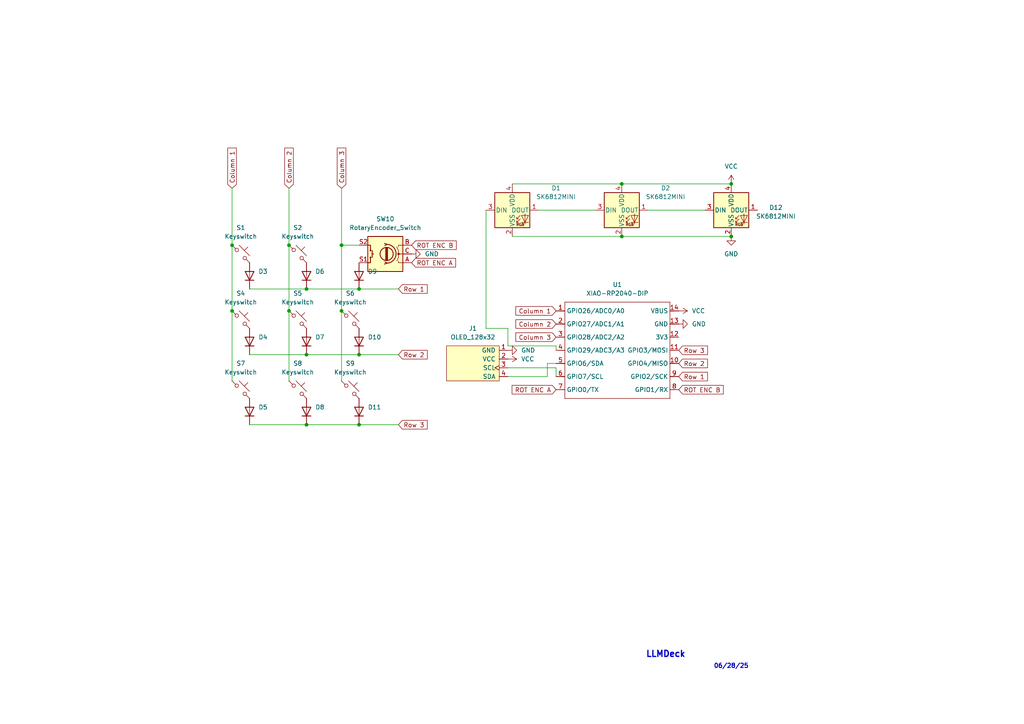
<source format=kicad_sch>
(kicad_sch (version 20250114) (generator "eeschema") (generator_version "9.0")
  (paper "A4")
  (lib_symbols
    (symbol "Device:RotaryEncoder_Switch" (pin_names (offset 0.254) (hide yes))
      (property "Reference" "SW" (at 0 6.604 0))
      (property "Value" "RotaryEncoder_Switch" (at 0 -6.604 0))
      (symbol "RotaryEncoder_Switch_0_1"
        (rectangle (start -5.08 5.08) (end 5.08 -5.08) (stroke (width 0.254)) (fill (type background)))
        (polyline (pts (xy -5.08 2.54) (xy -3.81 2.54) (xy -3.81 2.032)))
        (polyline (pts (xy -5.08 0) (xy -3.81 0) (xy -3.81 -1.016) (xy -3.302 -2.032)))
        (polyline (pts (xy -5.08 -2.54) (xy -3.81 -2.54) (xy -3.81 -2.032)))
        (polyline (pts (xy -4.318 0) (xy -3.81 0) (xy -3.81 1.016) (xy -3.302 2.032)))
        (circle (center -3.81 0) (radius 0.254) (fill (type outline)))
        (polyline (pts (xy -0.635 -1.778) (xy -0.635 1.778)) (stroke (width 0.254)))
        (circle (center -0.381 0) (radius 1.905) (stroke (width 0.254)))
        (polyline (pts (xy -0.381 -1.778) (xy -0.381 1.778)) (stroke (width 0.254)))
        (arc (start -0.381 -2.794) (mid -3.0988 -0.0635) (end -0.381 2.667) (stroke (width 0.254)))
        (polyline (pts (xy -0.127 1.778) (xy -0.127 -1.778)) (stroke (width 0.254)))
        (polyline (pts (xy 0.254 2.921) (xy -0.508 2.667) (xy 0.127 2.286)) (stroke (width 0.254)))
        (polyline (pts (xy 0.254 -3.048) (xy -0.508 -2.794) (xy 0.127 -2.413)) (stroke (width 0.254)))
        (polyline (pts (xy 3.81 1.016) (xy 3.81 -1.016)) (stroke (width 0.254)))
        (polyline (pts (xy 3.81 0) (xy 3.429 0)) (stroke (width 0.254)))
        (circle (center 4.318 1.016) (radius 0.127) (stroke (width 0.254)))
        (circle (center 4.318 -1.016) (radius 0.127) (stroke (width 0.254)))
        (polyline (pts (xy 5.08 2.54) (xy 4.318 2.54) (xy 4.318 1.016)) (stroke (width 0.254)))
        (polyline (pts (xy 5.08 -2.54) (xy 4.318 -2.54) (xy 4.318 -1.016)) (stroke (width 0.254)))
      )
      (symbol "RotaryEncoder_Switch_1_1"
        (pin passive line (at -7.62 2.54 0) (length 2.54) (name "A") (number "A"))
        (pin passive line (at -7.62 0 0) (length 2.54) (name "C") (number "C"))
        (pin passive line (at -7.62 -2.54 0) (length 2.54) (name "B") (number "B"))
        (pin passive line (at 7.62 2.54 180) (length 2.54) (name "S1") (number "S1"))
        (pin passive line (at 7.62 -2.54 180) (length 2.54) (name "S2") (number "S2"))
      )
    )
    (symbol "Diode:1N4148" (pin_numbers (hide yes)) (pin_names (hide yes))
      (property "Reference" "D" (at 0 2.54 0))
      (property "Value" "1N4148" (at 0 -2.54 0))
      (symbol "1N4148_0_1"
        (polyline (pts (xy -1.27 1.27) (xy -1.27 -1.27)) (stroke (width 0.254)))
        (polyline (pts (xy 1.27 1.27) (xy 1.27 -1.27) (xy -1.27 0) (xy 1.27 1.27)) (stroke (width 0.254)))
        (polyline (pts (xy 1.27 0) (xy -1.27 0)))
      )
      (symbol "1N4148_1_1"
        (pin passive line (at -3.81 0 0) (length 2.54) (name "K") (number "1"))
        (pin passive line (at 3.81 0 180) (length 2.54) (name "A") (number "2"))
      )
    )
    (symbol "LED:SK6812MINI" (pin_names (offset 0.254))
      (property "Reference" "D" (at 5.08 5.715 0))
      (property "Value" "SK6812MINI" (at 1.27 -5.715 0))
      (symbol "SK6812MINI_0_0"
        (text "RGB" (at 2.286 -4.191 0) (effects (font (size 0.762 0.762))))
      )
      (symbol "SK6812MINI_0_1"
        (polyline (pts (xy 1.27 -2.54) (xy 1.778 -2.54)))
        (polyline (pts (xy 1.27 -3.556) (xy 1.778 -3.556)))
        (polyline (pts (xy 2.286 -1.524) (xy 1.27 -2.54) (xy 1.27 -2.032)))
        (polyline (pts (xy 2.286 -2.54) (xy 1.27 -3.556) (xy 1.27 -3.048)))
        (polyline (pts (xy 3.683 -1.016) (xy 3.683 -3.556) (xy 3.683 -4.064)))
        (polyline (pts (xy 4.699 -1.524) (xy 2.667 -1.524) (xy 3.683 -3.556) (xy 4.699 -1.524)))
        (polyline (pts (xy 4.699 -3.556) (xy 2.667 -3.556)))
        (rectangle (start 5.08 5.08) (end -5.08 -5.08) (stroke (width 0.254)) (fill (type background)))
      )
      (symbol "SK6812MINI_1_1"
        (pin input line (at -7.62 0 0) (length 2.54) (name "DIN") (number "3"))
        (pin power_in line (at 0 7.62 270) (length 2.54) (name "VDD") (number "4"))
        (pin power_in line (at 0 -7.62 90) (length 2.54) (name "VSS") (number "2"))
        (pin output line (at 7.62 0 180) (length 2.54) (name "DOUT") (number "1"))
      )
    )
    (symbol "OPL:XIAO-RP2040-DIP"
      (property "Reference" "U" (at 0 0 0))
      (property "Value" "XIAO-RP2040-DIP" (at 5.334 -1.778 0))
      (symbol "XIAO-RP2040-DIP_1_0"
        (polyline (pts (xy -1.27 -2.54) (xy 29.21 -2.54)) (stroke (width 0.1524)))
        (polyline (pts (xy -1.27 -5.08) (xy -2.54 -5.08)) (stroke (width 0.1524)))
        (polyline (pts (xy -1.27 -5.08) (xy -1.27 -2.54)) (stroke (width 0.1524)))
        (polyline (pts (xy -1.27 -8.89) (xy -2.54 -8.89)) (stroke (width 0.1524)))
        (polyline (pts (xy -1.27 -8.89) (xy -1.27 -5.08)) (stroke (width 0.1524)))
        (polyline (pts (xy -1.27 -12.7) (xy -2.54 -12.7)) (stroke (width 0.1524)))
        (polyline (pts (xy -1.27 -12.7) (xy -1.27 -8.89)) (stroke (width 0.1524)))
        (polyline (pts (xy -1.27 -16.51) (xy -2.54 -16.51)) (stroke (width 0.1524)))
        (polyline (pts (xy -1.27 -16.51) (xy -1.27 -12.7)) (stroke (width 0.1524)))
        (polyline (pts (xy -1.27 -20.32) (xy -2.54 -20.32)) (stroke (width 0.1524)))
        (polyline (pts (xy -1.27 -24.13) (xy -2.54 -24.13)) (stroke (width 0.1524)))
        (polyline (pts (xy -1.27 -27.94) (xy -2.54 -27.94)) (stroke (width 0.1524)))
        (polyline (pts (xy -1.27 -30.48) (xy -1.27 -16.51)) (stroke (width 0.1524)))
        (polyline (pts (xy 29.21 -2.54) (xy 29.21 -5.08)) (stroke (width 0.1524)))
        (polyline (pts (xy 29.21 -5.08) (xy 29.21 -8.89)) (stroke (width 0.1524)))
        (polyline (pts (xy 29.21 -8.89) (xy 29.21 -12.7)) (stroke (width 0.1524)))
        (polyline (pts (xy 29.21 -12.7) (xy 29.21 -30.48)) (stroke (width 0.1524)))
        (polyline (pts (xy 29.21 -30.48) (xy -1.27 -30.48)) (stroke (width 0.1524)))
        (polyline (pts (xy 30.48 -5.08) (xy 29.21 -5.08)) (stroke (width 0.1524)))
        (polyline (pts (xy 30.48 -8.89) (xy 29.21 -8.89)) (stroke (width 0.1524)))
        (polyline (pts (xy 30.48 -12.7) (xy 29.21 -12.7)) (stroke (width 0.1524)))
        (polyline (pts (xy 30.48 -16.51) (xy 29.21 -16.51)) (stroke (width 0.1524)))
        (polyline (pts (xy 30.48 -20.32) (xy 29.21 -20.32)) (stroke (width 0.1524)))
        (polyline (pts (xy 30.48 -24.13) (xy 29.21 -24.13)) (stroke (width 0.1524)))
        (polyline (pts (xy 30.48 -27.94) (xy 29.21 -27.94)) (stroke (width 0.1524)))
        (pin passive line (at -3.81 -5.08 0) (length 2.54) (name "GPIO26/ADC0/A0") (number "1"))
        (pin passive line (at -3.81 -8.89 0) (length 2.54) (name "GPIO27/ADC1/A1") (number "2"))
        (pin passive line (at -3.81 -12.7 0) (length 2.54) (name "GPIO28/ADC2/A2") (number "3"))
        (pin passive line (at -3.81 -16.51 0) (length 2.54) (name "GPIO29/ADC3/A3") (number "4"))
        (pin passive line (at -3.81 -20.32 0) (length 2.54) (name "GPIO6/SDA") (number "5"))
        (pin passive line (at -3.81 -24.13 0) (length 2.54) (name "GPIO7/SCL") (number "6"))
        (pin passive line (at -3.81 -27.94 0) (length 2.54) (name "GPIO0/TX") (number "7"))
        (pin passive line (at 31.75 -5.08 180) (length 2.54) (name "VBUS") (number "14"))
        (pin passive line (at 31.75 -8.89 180) (length 2.54) (name "GND") (number "13"))
        (pin passive line (at 31.75 -12.7 180) (length 2.54) (name "3V3") (number "12"))
        (pin passive line (at 31.75 -16.51 180) (length 2.54) (name "GPIO3/MOSI") (number "11"))
        (pin passive line (at 31.75 -20.32 180) (length 2.54) (name "GPIO4/MISO") (number "10"))
        (pin passive line (at 31.75 -24.13 180) (length 2.54) (name "GPIO2/SCK") (number "9"))
        (pin passive line (at 31.75 -27.94 180) (length 2.54) (name "GPIO1/RX") (number "8"))
      )
    )
    (symbol "ScottoKeebs:OLED_128x32" (pin_names (offset 1.016))
      (property "Reference" "J" (at 0 -6.35 0))
      (property "Value" "OLED_128x32" (at 0 6.35 0))
      (symbol "OLED_128x32_0_1"
        (rectangle (start 0 5.08) (end 15.24 -5.08) (fill (type background)))
      )
      (symbol "OLED_128x32_1_1"
        (pin bidirectional line (at -2.54 3.81 0) (length 2.54) (name "SDA") (number "4"))
        (pin input clock (at -2.54 1.27 0) (length 2.54) (name "SCL") (number "3"))
        (pin power_in line (at -2.54 -1.27 0) (length 2.54) (name "VCC") (number "2"))
        (pin power_in line (at -2.54 -3.81 0) (length 2.54) (name "GND") (number "1"))
      )
    )
    (symbol "ScottoKeebs:Placeholder_Keyswitch" (pin_numbers (hide yes)) (pin_names (offset 1.016) (hide yes))
      (property "Reference" "S" (at 3.048 1.016 0))
      (property "Value" "Keyswitch" (at 0 -3.81 0))
      (symbol "Placeholder_Keyswitch_0_1"
        (polyline (pts (xy -2.54 2.54) (xy -1.524 1.524) (xy -1.524 1.524)))
        (circle (center -1.1684 1.1684) (radius 0.508))
        (polyline (pts (xy -0.508 2.54) (xy 2.54 -0.508)))
        (polyline (pts (xy 1.016 1.016) (xy 2.032 2.032)))
        (circle (center 1.143 -1.1938) (radius 0.508))
        (polyline (pts (xy 1.524 -1.524) (xy 2.54 -2.54) (xy 2.54 -2.54) (xy 2.54 -2.54)))
        (pin passive line (at -2.54 2.54 0) (length 0) (name "1") (number "1"))
        (pin passive line (at 2.54 -2.54 180) (length 0) (name "2") (number "2"))
      )
    )
    (symbol "power:GND" (power) (pin_numbers (hide yes)) (pin_names (offset 0) (hide yes))
      (property "Value" "GND" (at 0 -3.81 0))
      (symbol "GND_0_1"
        (polyline (pts (xy 0 0) (xy 0 -1.27) (xy 1.27 -1.27) (xy 0 -2.54) (xy -1.27 -1.27) (xy 0 -1.27)))
      )
      (symbol "GND_1_1"
        (pin power_in line (at 0 0 270) (length 0) (name "~") (number "1"))
      )
    )
    (symbol "power:VCC" (power) (pin_numbers (hide yes)) (pin_names (offset 0) (hide yes))
      (property "Value" "VCC" (at 0 3.556 0))
      (symbol "VCC_0_1"
        (polyline (pts (xy -0.762 1.27) (xy 0 2.54)))
        (polyline (pts (xy 0 2.54) (xy 0.762 1.27)))
        (polyline (pts (xy 0 0) (xy 0 2.54)))
      )
      (symbol "VCC_1_1"
        (pin power_in line (at 0 0 90) (length 0) (name "~") (number "1"))
      )
    )
  )
  (text "06/28/25" (at 212.09 193.294 0) (effects (font (size 1.27 1.27) (thickness 0.254) (bold yes))))
  (text "LLMDeck" (at 193.0882 189.8454 0) (effects (font (size 1.778 1.778) (thickness 0.3556) (bold yes))))
  (junction (at 104.14 83.82))
  (junction (at 212.09 68.58))
  (junction (at 83.82 71.12))
  (junction (at 88.9 123.19))
  (junction (at 212.09 53.34))
  (junction (at 180.34 68.58))
  (junction (at 180.34 53.34))
  (junction (at 104.14 102.87))
  (junction (at 83.82 90.17))
  (junction (at 67.31 71.12))
  (junction (at 104.14 123.19))
  (junction (at 67.31 90.17))
  (junction (at 88.9 83.82))
  (junction (at 99.06 90.17))
  (junction (at 88.9 102.87))
  (junction (at 99.06 71.12))
  (wire (pts (xy 187.96 60.96) (xy 204.47 60.96)))
  (wire (pts (xy 88.9 102.87) (xy 104.14 102.87)))
  (wire (pts (xy 99.06 90.17) (xy 99.06 110.49)))
  (wire (pts (xy 158.75 109.22) (xy 158.75 105.41)))
  (wire (pts (xy 140.97 60.96) (xy 140.97 95.25)))
  (wire (pts (xy 161.29 100.33) (xy 161.29 101.6)))
  (wire (pts (xy 99.06 71.12) (xy 99.06 90.17)))
  (wire (pts (xy 88.9 83.82) (xy 104.14 83.82)))
  (wire (pts (xy 147.32 95.25) (xy 147.32 100.33)))
  (wire (pts (xy 67.31 71.12) (xy 67.31 90.17)))
  (wire (pts (xy 147.32 109.22) (xy 158.75 109.22)))
  (wire (pts (xy 104.14 102.87) (xy 115.57 102.87)))
  (wire (pts (xy 88.9 123.19) (xy 104.14 123.19)))
  (wire (pts (xy 148.59 68.58) (xy 180.34 68.58)))
  (wire (pts (xy 156.21 60.96) (xy 172.72 60.96)))
  (wire (pts (xy 83.82 54.61) (xy 83.82 71.12)))
  (wire (pts (xy 180.34 68.58) (xy 212.09 68.58)))
  (wire (pts (xy 72.39 102.87) (xy 88.9 102.87)))
  (wire (pts (xy 148.59 53.34) (xy 180.34 53.34)))
  (wire (pts (xy 180.34 53.34) (xy 212.09 53.34)))
  (wire (pts (xy 83.82 71.12) (xy 83.82 90.17)))
  (wire (pts (xy 83.82 90.17) (xy 83.82 110.49)))
  (wire (pts (xy 140.97 95.25) (xy 147.32 95.25)))
  (wire (pts (xy 104.14 123.19) (xy 115.57 123.19)))
  (wire (pts (xy 161.29 106.68) (xy 161.29 109.22)))
  (wire (pts (xy 72.39 83.82) (xy 88.9 83.82)))
  (wire (pts (xy 99.06 54.61) (xy 99.06 71.12)))
  (wire (pts (xy 104.14 83.82) (xy 115.57 83.82)))
  (wire (pts (xy 67.31 90.17) (xy 67.31 110.49)))
  (wire (pts (xy 72.39 123.19) (xy 88.9 123.19)))
  (wire (pts (xy 67.31 54.61) (xy 67.31 71.12)))
  (wire (pts (xy 147.32 100.33) (xy 161.29 100.33)))
  (wire (pts (xy 147.32 106.68) (xy 161.29 106.68)))
  (wire (pts (xy 99.06 71.12) (xy 104.14 71.12)))
  (wire (pts (xy 158.75 105.41) (xy 161.29 105.41)))
  (global_label "Column 2" (shape input) (at 83.82 54.61 90) (property "Intersheetrefs" "${INTERSHEET_REFS}" (effects (hide yes))))
  (global_label "ROT ENC A" (shape input) (at 161.29 113.03 180) (property "Intersheetrefs" "${INTERSHEET_REFS}" (effects (hide yes))))
  (global_label "ROT ENC B" (shape input) (at 196.85 113.03 0) (property "Intersheetrefs" "${INTERSHEET_REFS}" (effects (hide yes))))
  (global_label "Row 3" (shape input) (at 115.57 123.19 0) (property "Intersheetrefs" "${INTERSHEET_REFS}" (effects (hide yes))))
  (global_label "Row 3" (shape input) (at 196.85 101.6 0) (property "Intersheetrefs" "${INTERSHEET_REFS}" (effects (hide yes))))
  (global_label "Column 1" (shape input) (at 161.29 90.17 180) (property "Intersheetrefs" "${INTERSHEET_REFS}" (effects (hide yes))))
  (global_label "ROT ENC A" (shape input) (at 119.38 76.2 0) (property "Intersheetrefs" "${INTERSHEET_REFS}" (effects (hide yes))))
  (global_label "Row 2" (shape input) (at 196.85 105.41 0) (property "Intersheetrefs" "${INTERSHEET_REFS}" (effects (hide yes))))
  (global_label "Row 2" (shape input) (at 115.57 102.87 0) (property "Intersheetrefs" "${INTERSHEET_REFS}" (effects (hide yes))))
  (global_label "Column 1" (shape input) (at 67.31 54.61 90) (property "Intersheetrefs" "${INTERSHEET_REFS}" (effects (hide yes))))
  (global_label "ROT ENC B" (shape input) (at 119.38 71.12 0) (property "Intersheetrefs" "${INTERSHEET_REFS}" (effects (hide yes))))
  (global_label "Row 1" (shape input) (at 115.57 83.82 0) (property "Intersheetrefs" "${INTERSHEET_REFS}" (effects (hide yes))))
  (global_label "Row 1" (shape input) (at 196.85 109.22 0) (property "Intersheetrefs" "${INTERSHEET_REFS}" (effects (hide yes))))
  (global_label "Column 3" (shape input) (at 161.29 97.79 180) (property "Intersheetrefs" "${INTERSHEET_REFS}" (effects (hide yes))))
  (global_label "Column 2" (shape input) (at 161.29 93.98 180) (property "Intersheetrefs" "${INTERSHEET_REFS}" (effects (hide yes))))
  (global_label "Column 3" (shape input) (at 99.06 54.61 90) (property "Intersheetrefs" "${INTERSHEET_REFS}" (effects (hide yes))))
  (symbol (lib_id "ScottoKeebs:Placeholder_Keyswitch") (at 86.36 73.66 0) (unit 1)
    (property "Reference" "S2" (at 86.36 66.04 0))
    (property "Value" "Keyswitch" (at 86.36 68.58 0))
    (property "Footprint" "Button_Switch_Keyboard:SW_Cherry_MX_1.00u_PCB" (effects (hide yes)))
    (property "Description" "Push button switch, normally open, two pins, 45° tilted" (effects (hide yes)))
  )
  (symbol (lib_id "power:GND") (at 119.38 73.66 90) (unit 1)
    (property "Reference" "#PWR09" (effects (hide yes)))
    (property "Value" "GND" (at 123.19 73.6601 90) (effects (justify right)))
    (property "Description" "Power symbol creates a global label with name \"GND\" , ground" (effects (hide yes)))
  )
  (symbol (lib_id "ScottoKeebs:Placeholder_Keyswitch") (at 69.85 92.71 0) (unit 1)
    (property "Reference" "S4" (at 69.85 85.09 0))
    (property "Value" "Keyswitch" (at 69.85 87.63 0))
    (property "Footprint" "Button_Switch_Keyboard:SW_Cherry_MX_1.00u_PCB" (effects (hide yes)))
    (property "Description" "Push button switch, normally open, two pins, 45° tilted" (effects (hide yes)))
  )
  (symbol (lib_id "ScottoKeebs:Placeholder_Keyswitch") (at 101.6 113.03 0) (unit 1)
    (property "Reference" "S9" (at 101.6 105.41 0))
    (property "Value" "Keyswitch" (at 101.6 107.95 0))
    (property "Footprint" "Button_Switch_Keyboard:SW_Cherry_MX_1.00u_PCB" (effects (hide yes)))
    (property "Description" "Push button switch, normally open, two pins, 45° tilted" (effects (hide yes)))
  )
  (symbol (lib_id "Diode:1N4148") (at 88.9 99.06 90) (unit 1)
    (property "Reference" "D7" (at 91.44 97.7899 90) (effects (justify right)))
    (property "Value" "1N4148" (effects (hide yes)))
    (property "Footprint" "Diode_THT:D_DO-35_SOD27_P7.62mm_Horizontal" (effects (hide yes)))
    (property "Datasheet" "https://assets.nexperia.com/documents/data-sheet/1N4148_1N4448.pdf" (effects (hide yes)))
    (property "Description" "100V 0.15A standard switching diode, DO-35" (effects (hide yes)))
    (property "Sim.Device" "D" (effects (hide yes)))
    (property "Sim.Pins" "1=K 2=A" (effects (hide yes)))
  )
  (symbol (lib_id "Diode:1N4148") (at 104.14 119.38 90) (unit 1)
    (property "Reference" "D11" (at 106.68 118.1099 90) (effects (justify right)))
    (property "Value" "1N4148" (effects (hide yes)))
    (property "Footprint" "Diode_THT:D_DO-35_SOD27_P7.62mm_Horizontal" (effects (hide yes)))
    (property "Datasheet" "https://assets.nexperia.com/documents/data-sheet/1N4148_1N4448.pdf" (effects (hide yes)))
    (property "Description" "100V 0.15A standard switching diode, DO-35" (effects (hide yes)))
    (property "Sim.Device" "D" (effects (hide yes)))
    (property "Sim.Pins" "1=K 2=A" (effects (hide yes)))
  )
  (symbol (lib_id "power:VCC") (at 212.09 53.34 0) (unit 1)
    (property "Reference" "#PWR01" (effects (hide yes)))
    (property "Value" "VCC" (at 212.09 48.26 0))
    (property "Description" "Power symbol creates a global label with name \"VCC\"" (effects (hide yes)))
  )
  (symbol (lib_id "Diode:1N4148") (at 104.14 80.01 90) (unit 1)
    (property "Reference" "D9" (at 106.68 78.7399 90) (effects (justify right)))
    (property "Value" "1N4148" (effects (hide yes)))
    (property "Footprint" "Diode_THT:D_DO-35_SOD27_P7.62mm_Horizontal" (effects (hide yes)))
    (property "Datasheet" "https://assets.nexperia.com/documents/data-sheet/1N4148_1N4448.pdf" (effects (hide yes)))
    (property "Description" "100V 0.15A standard switching diode, DO-35" (effects (hide yes)))
    (property "Sim.Device" "D" (effects (hide yes)))
    (property "Sim.Pins" "1=K 2=A" (effects (hide yes)))
  )
  (symbol (lib_id "power:GND") (at 212.09 68.58 0) (unit 1)
    (property "Reference" "#PWR06" (effects (hide yes)))
    (property "Value" "GND" (at 212.09 73.66 0))
    (property "Description" "Power symbol creates a global label with name \"GND\" , ground" (effects (hide yes)))
  )
  (symbol (lib_id "Diode:1N4148") (at 104.14 99.06 90) (unit 1)
    (property "Reference" "D10" (at 106.68 97.7899 90) (effects (justify right)))
    (property "Value" "1N4148" (effects (hide yes)))
    (property "Footprint" "Diode_THT:D_DO-35_SOD27_P7.62mm_Horizontal" (effects (hide yes)))
    (property "Datasheet" "https://assets.nexperia.com/documents/data-sheet/1N4148_1N4448.pdf" (effects (hide yes)))
    (property "Description" "100V 0.15A standard switching diode, DO-35" (effects (hide yes)))
    (property "Sim.Device" "D" (effects (hide yes)))
    (property "Sim.Pins" "1=K 2=A" (effects (hide yes)))
  )
  (symbol (lib_id "Diode:1N4148") (at 72.39 80.01 90) (unit 1)
    (property "Reference" "D3" (at 74.93 78.7399 90) (effects (justify right)))
    (property "Value" "1N4148" (effects (hide yes)))
    (property "Footprint" "Diode_THT:D_DO-35_SOD27_P7.62mm_Horizontal" (effects (hide yes)))
    (property "Datasheet" "https://assets.nexperia.com/documents/data-sheet/1N4148_1N4448.pdf" (effects (hide yes)))
    (property "Description" "100V 0.15A standard switching diode, DO-35" (effects (hide yes)))
    (property "Sim.Device" "D" (effects (hide yes)))
    (property "Sim.Pins" "1=K 2=A" (effects (hide yes)))
  )
  (symbol (lib_id "power:VCC") (at 196.85 90.17 270) (unit 1)
    (property "Reference" "#PWR03" (effects (hide yes)))
    (property "Value" "VCC" (at 200.66 90.1699 90) (effects (justify left)))
    (property "Description" "Power symbol creates a global label with name \"VCC\"" (effects (hide yes)))
  )
  (symbol (lib_id "Diode:1N4148") (at 88.9 119.38 90) (unit 1)
    (property "Reference" "D8" (at 91.44 118.1099 90) (effects (justify right)))
    (property "Value" "1N4148" (effects (hide yes)))
    (property "Footprint" "Diode_THT:D_DO-35_SOD27_P7.62mm_Horizontal" (effects (hide yes)))
    (property "Datasheet" "https://assets.nexperia.com/documents/data-sheet/1N4148_1N4448.pdf" (effects (hide yes)))
    (property "Description" "100V 0.15A standard switching diode, DO-35" (effects (hide yes)))
    (property "Sim.Device" "D" (effects (hide yes)))
    (property "Sim.Pins" "1=K 2=A" (effects (hide yes)))
  )
  (symbol (lib_id "ScottoKeebs:Placeholder_Keyswitch") (at 86.36 113.03 0) (unit 1)
    (property "Reference" "S8" (at 86.36 105.41 0))
    (property "Value" "Keyswitch" (at 86.36 107.95 0))
    (property "Footprint" "Button_Switch_Keyboard:SW_Cherry_MX_1.00u_PCB" (effects (hide yes)))
    (property "Description" "Push button switch, normally open, two pins, 45° tilted" (effects (hide yes)))
  )
  (symbol (lib_id "ScottoKeebs:Placeholder_Keyswitch") (at 101.6 92.71 0) (unit 1)
    (property "Reference" "S6" (at 101.6 85.09 0))
    (property "Value" "Keyswitch" (at 101.6 87.63 0))
    (property "Footprint" "Button_Switch_Keyboard:SW_Cherry_MX_1.00u_PCB" (effects (hide yes)))
    (property "Description" "Push button switch, normally open, two pins, 45° tilted" (effects (hide yes)))
  )
  (symbol (lib_id "ScottoKeebs:Placeholder_Keyswitch") (at 69.85 73.66 0) (unit 1)
    (property "Reference" "S1" (at 69.85 66.04 0))
    (property "Value" "Keyswitch" (at 69.85 68.58 0))
    (property "Footprint" "Button_Switch_Keyboard:SW_Cherry_MX_1.00u_PCB" (effects (hide yes)))
    (property "Description" "Push button switch, normally open, two pins, 45° tilted" (effects (hide yes)))
  )
  (symbol (lib_id "LED:SK6812MINI") (at 180.34 60.96 0) (unit 1)
    (property "Reference" "D2" (at 193.04 54.5398 0))
    (property "Value" "SK6812MINI" (at 193.04 57.0798 0))
    (property "Footprint" "LED_SMD:LED_SK6812MINI_PLCC4_3.5x3.5mm_P1.75mm" (effects (hide yes)))
    (property "Datasheet" "https://cdn-shop.adafruit.com/product-files/2686/SK6812MINI_REV.01-1-2.pdf" (effects (hide yes)))
    (property "Description" "RGB LED with integrated controller" (effects (hide yes)))
  )
  (symbol (lib_id "LED:SK6812MINI") (at 212.09 60.96 0) (unit 1)
    (property "Reference" "D12" (at 225.044 60.198 0))
    (property "Value" "SK6812MINI" (at 225.044 62.738 0))
    (property "Footprint" "LED_SMD:LED_SK6812MINI_PLCC4_3.5x3.5mm_P1.75mm" (effects (hide yes)))
    (property "Datasheet" "https://cdn-shop.adafruit.com/product-files/2686/SK6812MINI_REV.01-1-2.pdf" (effects (hide yes)))
    (property "Description" "RGB LED with integrated controller" (effects (hide yes)))
  )
  (symbol (lib_id "power:VCC") (at 147.32 104.14 270) (unit 1)
    (property "Reference" "#PWR05" (effects (hide yes)))
    (property "Value" "VCC" (at 151.13 104.1399 90) (effects (justify left)))
    (property "Description" "Power symbol creates a global label with name \"VCC\"" (effects (hide yes)))
  )
  (symbol (lib_id "OPL:XIAO-RP2040-DIP") (at 165.1 85.09 0) (unit 1)
    (property "Reference" "U1" (at 179.07 82.55 0))
    (property "Value" "XIAO-RP2040-DIP" (at 179.07 85.09 0))
    (property "Footprint" "OPL:XIAO-RP2040-DIP" (effects (hide yes)))
  )
  (symbol (lib_id "ScottoKeebs:OLED_128x32") (at 144.78 105.41 180) (unit 1)
    (property "Reference" "J1" (at 137.16 95.25 0))
    (property "Value" "OLED_128x32" (at 137.16 97.79 0))
    (property "Footprint" "OLED:SSD1306-0.91-OLED-4pin-128x32" (effects (hide yes)))
  )
  (symbol (lib_id "Diode:1N4148") (at 72.39 99.06 90) (unit 1)
    (property "Reference" "D4" (at 74.93 97.7899 90) (effects (justify right)))
    (property "Value" "1N4148" (effects (hide yes)))
    (property "Footprint" "Diode_THT:D_DO-35_SOD27_P7.62mm_Horizontal" (effects (hide yes)))
    (property "Datasheet" "https://assets.nexperia.com/documents/data-sheet/1N4148_1N4448.pdf" (effects (hide yes)))
    (property "Description" "100V 0.15A standard switching diode, DO-35" (effects (hide yes)))
    (property "Sim.Device" "D" (effects (hide yes)))
    (property "Sim.Pins" "1=K 2=A" (effects (hide yes)))
  )
  (symbol (lib_id "ScottoKeebs:Placeholder_Keyswitch") (at 86.36 92.71 0) (unit 1)
    (property "Reference" "S5" (at 86.36 85.09 0))
    (property "Value" "Keyswitch" (at 86.36 87.63 0))
    (property "Footprint" "Button_Switch_Keyboard:SW_Cherry_MX_1.00u_PCB" (effects (hide yes)))
    (property "Description" "Push button switch, normally open, two pins, 45° tilted" (effects (hide yes)))
  )
  (symbol (lib_id "Diode:1N4148") (at 72.39 119.38 90) (unit 1)
    (property "Reference" "D5" (at 74.93 118.1099 90) (effects (justify right)))
    (property "Value" "1N4148" (effects (hide yes)))
    (property "Footprint" "Diode_THT:D_DO-35_SOD27_P7.62mm_Horizontal" (effects (hide yes)))
    (property "Datasheet" "https://assets.nexperia.com/documents/data-sheet/1N4148_1N4448.pdf" (effects (hide yes)))
    (property "Description" "100V 0.15A standard switching diode, DO-35" (effects (hide yes)))
    (property "Sim.Device" "D" (effects (hide yes)))
    (property "Sim.Pins" "1=K 2=A" (effects (hide yes)))
  )
  (symbol (lib_id "Diode:1N4148") (at 88.9 80.01 90) (unit 1)
    (property "Reference" "D6" (at 91.44 78.7399 90) (effects (justify right)))
    (property "Value" "1N4148" (effects (hide yes)))
    (property "Footprint" "Diode_THT:D_DO-35_SOD27_P7.62mm_Horizontal" (effects (hide yes)))
    (property "Datasheet" "https://assets.nexperia.com/documents/data-sheet/1N4148_1N4448.pdf" (effects (hide yes)))
    (property "Description" "100V 0.15A standard switching diode, DO-35" (effects (hide yes)))
    (property "Sim.Device" "D" (effects (hide yes)))
    (property "Sim.Pins" "1=K 2=A" (effects (hide yes)))
  )
  (symbol (lib_id "power:GND") (at 147.32 101.6 90) (unit 1)
    (property "Reference" "#PWR04" (effects (hide yes)))
    (property "Value" "GND" (at 151.13 101.5999 90) (effects (justify right)))
    (property "Description" "Power symbol creates a global label with name \"GND\" , ground" (effects (hide yes)))
  )
  (symbol (lib_id "LED:SK6812MINI") (at 148.59 60.96 0) (unit 1)
    (property "Reference" "D1" (at 161.29 54.5398 0))
    (property "Value" "SK6812MINI" (at 161.29 57.0798 0))
    (property "Footprint" "LED_SMD:LED_SK6812MINI_PLCC4_3.5x3.5mm_P1.75mm" (effects (hide yes)))
    (property "Datasheet" "https://cdn-shop.adafruit.com/product-files/2686/SK6812MINI_REV.01-1-2.pdf" (effects (hide yes)))
    (property "Description" "RGB LED with integrated controller" (effects (hide yes)))
  )
  (symbol (lib_id "ScottoKeebs:Placeholder_Keyswitch") (at 69.85 113.03 0) (unit 1)
    (property "Reference" "S7" (at 69.85 105.41 0))
    (property "Value" "Keyswitch" (at 69.85 107.95 0))
    (property "Footprint" "Button_Switch_Keyboard:SW_Cherry_MX_1.00u_PCB" (effects (hide yes)))
    (property "Description" "Push button switch, normally open, two pins, 45° tilted" (effects (hide yes)))
  )
  (symbol (lib_id "power:GND") (at 196.85 93.98 90) (unit 1)
    (property "Reference" "#PWR02" (effects (hide yes)))
    (property "Value" "GND" (at 200.66 93.9799 90) (effects (justify right)))
    (property "Description" "Power symbol creates a global label with name \"GND\" , ground" (effects (hide yes)))
  )
  (symbol (lib_id "Device:RotaryEncoder_Switch") (at 111.76 73.66 180) (unit 1)
    (property "Reference" "SW10" (at 111.76 63.5 0))
    (property "Value" "RotaryEncoder_Switch" (at 111.76 66.04 0))
    (property "Footprint" "OLED:RotaryEncoder_Alps_EC11E-Switch_Vertical_H20mm" (effects (hide yes)))
    (property "Description" "Rotary encoder, dual channel, incremental quadrate outputs, with switch" (effects (hide yes)))
  )
)
</source>
